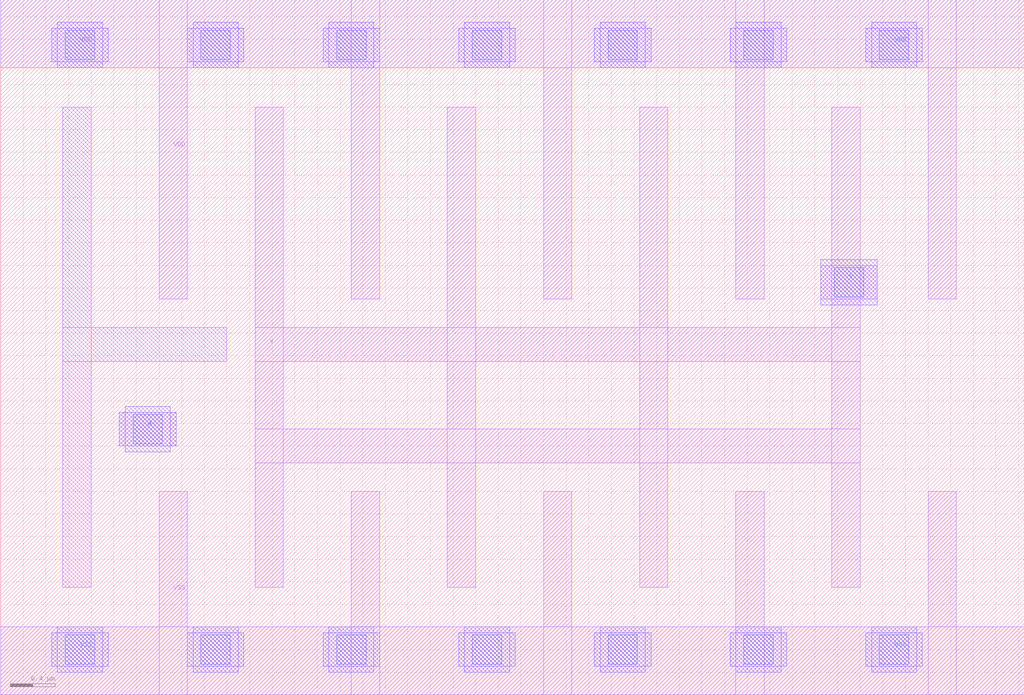
<source format=lef>
# Copyright 2022 Google LLC
# Licensed under the Apache License, Version 2.0 (the "License");
# you may not use this file except in compliance with the License.
# You may obtain a copy of the License at
#
#      http://www.apache.org/licenses/LICENSE-2.0
#
# Unless required by applicable law or agreed to in writing, software
# distributed under the License is distributed on an "AS IS" BASIS,
# WITHOUT WARRANTIES OR CONDITIONS OF ANY KIND, either express or implied.
# See the License for the specific language governing permissions and
# limitations under the License.
VERSION 5.7 ;
BUSBITCHARS "[]" ;
DIVIDERCHAR "/" ;

MACRO gf180mcu_osu_sc_9T_clkbuf_8
  CLASS CORE ;
  ORIGIN 0 0 ;
  FOREIGN gf180mcu_osu_sc_9T_clkbuf_8 0 0 ;
  SIZE 9.05 BY 6.15 ;
  SYMMETRY X Y ;
  SITE GF018hv5v_mcu_sc7 ;
  PIN A
    DIRECTION INPUT ;
    USE SIGNAL ;
    PORT
      LAYER MET1 ;
        RECT 1.05 2.2 1.55 2.5 ;
      LAYER MET2 ;
        RECT 1.05 2.2 1.55 2.5 ;
        RECT 1.1 2.15 1.5 2.55 ;
      LAYER VIA12 ;
        RECT 1.17 2.22 1.43 2.48 ;
    END
  END A
  PIN VDD
    DIRECTION INOUT ;
    USE POWER ;
    SHAPE ABUTMENT ;
    PORT
      LAYER MET1 ;
        RECT 0 5.55 9.05 6.15 ;
        RECT 8.2 3.5 8.45 6.15 ;
        RECT 6.5 3.5 6.75 6.15 ;
        RECT 4.8 3.5 5.05 6.15 ;
        RECT 3.1 3.5 3.35 6.15 ;
        RECT 1.4 3.5 1.65 6.15 ;
      LAYER MET2 ;
        RECT 7.65 5.6 8.15 5.9 ;
        RECT 7.7 5.55 8.1 5.95 ;
        RECT 6.45 5.6 6.95 5.9 ;
        RECT 6.5 5.55 6.9 5.95 ;
        RECT 5.25 5.6 5.75 5.9 ;
        RECT 5.3 5.55 5.7 5.95 ;
        RECT 4.05 5.6 4.55 5.9 ;
        RECT 4.1 5.55 4.5 5.95 ;
        RECT 2.85 5.6 3.35 5.9 ;
        RECT 2.9 5.55 3.3 5.95 ;
        RECT 1.65 5.6 2.15 5.9 ;
        RECT 1.7 5.55 2.1 5.95 ;
        RECT 0.45 5.6 0.95 5.9 ;
        RECT 0.5 5.55 0.9 5.95 ;
      LAYER VIA12 ;
        RECT 0.57 5.62 0.83 5.88 ;
        RECT 1.77 5.62 2.03 5.88 ;
        RECT 2.97 5.62 3.23 5.88 ;
        RECT 4.17 5.62 4.43 5.88 ;
        RECT 5.37 5.62 5.63 5.88 ;
        RECT 6.57 5.62 6.83 5.88 ;
        RECT 7.77 5.62 8.03 5.88 ;
    END
  END VDD
  PIN VSS
    DIRECTION INOUT ;
    USE GROUND ;
    PORT
      LAYER MET1 ;
        RECT 0 0 9.05 0.6 ;
        RECT 8.2 0 8.45 1.8 ;
        RECT 6.5 0 6.75 1.8 ;
        RECT 4.8 0 5.05 1.8 ;
        RECT 3.1 0 3.35 1.8 ;
        RECT 1.4 0 1.65 1.8 ;
      LAYER MET2 ;
        RECT 7.65 0.25 8.15 0.55 ;
        RECT 7.7 0.2 8.1 0.6 ;
        RECT 6.45 0.25 6.95 0.55 ;
        RECT 6.5 0.2 6.9 0.6 ;
        RECT 5.25 0.25 5.75 0.55 ;
        RECT 5.3 0.2 5.7 0.6 ;
        RECT 4.05 0.25 4.55 0.55 ;
        RECT 4.1 0.2 4.5 0.6 ;
        RECT 2.85 0.25 3.35 0.55 ;
        RECT 2.9 0.2 3.3 0.6 ;
        RECT 1.65 0.25 2.15 0.55 ;
        RECT 1.7 0.2 2.1 0.6 ;
        RECT 0.45 0.25 0.95 0.55 ;
        RECT 0.5 0.2 0.9 0.6 ;
      LAYER VIA12 ;
        RECT 0.57 0.27 0.83 0.53 ;
        RECT 1.77 0.27 2.03 0.53 ;
        RECT 2.97 0.27 3.23 0.53 ;
        RECT 4.17 0.27 4.43 0.53 ;
        RECT 5.37 0.27 5.63 0.53 ;
        RECT 6.57 0.27 6.83 0.53 ;
        RECT 7.77 0.27 8.03 0.53 ;
    END
  END VSS
  PIN Y
    DIRECTION OUTPUT ;
    USE SIGNAL ;
    PORT
      LAYER MET1 ;
        RECT 7.25 3.5 7.75 3.8 ;
        RECT 7.35 0.95 7.6 5.2 ;
        RECT 2.25 2.95 7.6 3.25 ;
        RECT 2.25 2.05 7.6 2.35 ;
        RECT 5.65 0.95 5.9 5.2 ;
        RECT 3.95 0.95 4.2 5.2 ;
        RECT 2.25 0.95 2.5 5.2 ;
      LAYER MET2 ;
        RECT 7.25 3.45 7.75 3.85 ;
      LAYER VIA12 ;
        RECT 7.37 3.52 7.63 3.78 ;
    END
  END Y
  OBS
    LAYER MET1 ;
      RECT 0.55 0.95 0.8 5.2 ;
      RECT 0.55 2.95 2 3.25 ;
  END
END gf180mcu_osu_sc_9T_clkbuf_8

</source>
